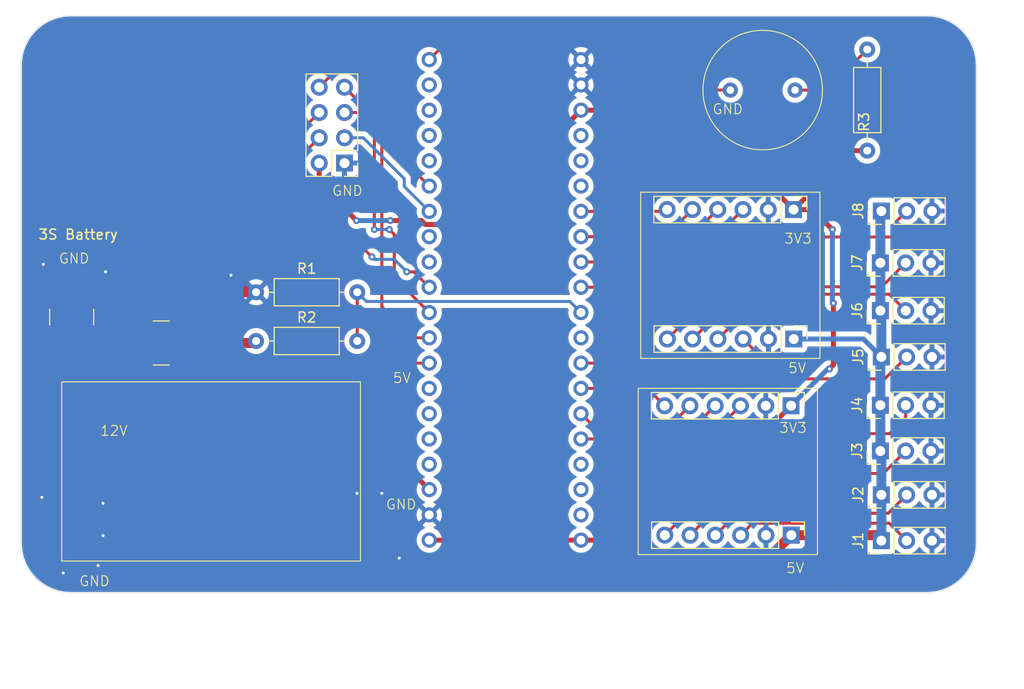
<source format=kicad_pcb>
(kicad_pcb (version 20240108) (generator "pcbnew") (generator_version "8.0")
  (layers (0 "F.Cu" signal) (31 "B.Cu" signal) (34 "B.Paste" user) (35 "F.Paste" user) (36 "B.SilkS" user "B.Silkscreen") (37 "F.SilkS" user "F.Silkscreen") (38 "B.Mask" user) (39 "F.Mask" user) (44 "Edge.Cuts" user))
  (net 0 "")
  (net 1 "+5V")
  (net 2 "GND")
  (net 3 "+12V")
  (net 4 "RF_IRQ")
  (net 5 "NSS")
  (net 8 "+3V3")
  (net 9 "ADC_BA")
  (net 13 "SCK")
  (net 15 "CH_6")
  (net 16 "CH_8")
  (net 17 "CH_2")
  (net 18 "MISO")
  (net 21 "MOSI")
  (net 23 "CH_3")
  (net 24 "RF_CE")
  (net 31 "Buzzer")
  (net 32 "CH_4")
  (net 33 "CH_5")
  (net 35 "CH_1")
  (net 36 "CH_7")
  (net 38 "CHW_3")
  (net 39 "CHW_2")
  (net 40 "CHW_4")
  (net 41 "CHW_1")
  (net 42 "CHW_6")
  (net 43 "CHW_8")
  (net 44 "CHW_7")
  (net 45 "CHW_5")
  (net 46 "Net-(BT1-+)")
  (net 47 "Net-(BZ1-+)")
  (footprint "Connector_PinHeader_2.54mm:PinHeader_1x03_P2.54mm_Vertical" (layer "F.Cu") (at 185.42 118.15 90)
    (property "Reference" "J2" (at 0 -2.33 90) (layer "F.SilkS"))
    (property "Value" "CH2")
    (fp_line (start -1.33 -1.33) (end 0 -1.33) (stroke (width 0.12)) (layer "F.SilkS"))
    (fp_line (start -1.33 0) (end -1.33 -1.33) (stroke (width 0.12)) (layer "F.SilkS"))
    (fp_line (start 1.33 1.27) (end 1.33 6.41) (stroke (width 0.12)) (layer "F.SilkS"))
    (fp_line (start -1.33 1.27) (end 1.33 1.27) (stroke (width 0.12)) (layer "F.SilkS"))
    (fp_line (start -1.33 1.27) (end -1.33 6.41) (stroke (width 0.12)) (layer "F.SilkS"))
    (fp_line (start -1.33 6.41) (end 1.33 6.41) (stroke (width 0.12)) (layer "F.SilkS"))
    (pad "1" thru_hole rect (at 0 0 90) (size 1.7 1.7) (drill 1) (layers "*.Cu" "*.Mask") (net 1 "+5V"))
    (pad "2" thru_hole oval (at 0 2.54 90) (size 1.7 1.7) (drill 1) (layers "*.Cu" "*.Mask") (net 39 "CHW_2"))
    (pad "3" thru_hole oval (at 0 5.08 90) (size 1.7 1.7) (drill 1) (layers "*.Cu" "*.Mask") (net 2 "GND"))
  )
  (footprint "Resistor_SMD:R_2816_7142Metric_Pad3.20x4.45mm_HandSolder" (layer "F.Cu") (at 113.1 102.9)
    (property "Reference" "SW1" (hide yes))
    (property "Value" "power switch")
    (fp_line (start -0.797369 -2.21) (end 0.797369 -2.21) (stroke (width 0.12)) (layer "F.SilkS"))
    (fp_line (start -0.797369 2.21) (end 0.797369 2.21) (stroke (width 0.12)) (layer "F.SilkS"))
    (pad "1" smd roundrect (at -2.6 0) (size 3.2 4.45) (layers "F.Cu" "F.Paste" "F.Mask") (roundrect_rratio 0.078125) (net 46 "Net-(BT1-+)"))
    (pad "2" smd roundrect (at 2.6 0) (size 3.2 4.45) (layers "F.Cu" "F.Paste" "F.Mask") (roundrect_rratio 0.078125) (net 3 "+12V"))
  )
  (footprint "Resistor_THT:R_Axial_DIN0207_L6.3mm_D2.5mm_P10.16mm_Horizontal" (layer "F.Cu") (at 122.62 102.7)
    (property "Reference" "R2" (at 5.08 -2.37 0) (layer "F.SilkS"))
    (property "Value" "40K")
    (fp_line (start 1.04 0) (end 1.81 0) (stroke (width 0.12)) (layer "F.SilkS"))
    (fp_line (start 1.81 -1.37) (end 1.81 1.37) (stroke (width 0.12)) (layer "F.SilkS"))
    (fp_line (start 1.81 1.37) (end 8.35 1.37) (stroke (width 0.12)) (layer "F.SilkS"))
    (fp_line (start 8.35 -1.37) (end 1.81 -1.37) (stroke (width 0.12)) (layer "F.SilkS"))
    (fp_line (start 8.35 1.37) (end 8.35 -1.37) (stroke (width 0.12)) (layer "F.SilkS"))
    (fp_line (start 9.12 0) (end 8.35 0) (stroke (width 0.12)) (layer "F.SilkS"))
    (pad "1" thru_hole circle (at 0 0) (size 1.6 1.6) (drill 0.8) (layers "*.Cu" "*.Mask") (net 3 "+12V"))
    (pad "2" thru_hole oval (at 10.16 0) (size 1.6 1.6) (drill 0.8) (layers "*.Cu" "*.Mask") (net 9 "ADC_BA"))
  )
  (footprint "deng:3v_5v_converter" (layer "F.Cu") (at 170 115.7 -90)
    (property "Reference" "U5" (hide yes))
    (property "Value" "voltage converter 1" (hide yes))
    (fp_line (start -7.83 7.68) (end -5.17 7.68) (stroke (width 0.12)) (layer "F.SilkS"))
    (fp_line (start 5.17 7.66) (end 7.83 7.66) (stroke (width 0.12)) (layer "F.SilkS"))
    (fp_line (start -7.83 -5.08) (end -7.83 7.68) (stroke (width 0.12)) (layer "F.SilkS"))
    (fp_line (start -7.83 -5.08) (end -5.17 -5.08) (stroke (width 0.12)) (layer "F.SilkS"))
    (fp_line (start -5.17 -5.08) (end -5.17 7.68) (stroke (width 0.12)) (layer "F.SilkS"))
    (fp_line (start 5.17 -5.1) (end 5.17 7.66) (stroke (width 0.12)) (layer "F.SilkS"))
    (fp_line (start 5.17 -5.1) (end 7.83 -5.1) (stroke (width 0.12)) (layer "F.SilkS"))
    (fp_line (start 7.83 -5.1) (end 7.83 7.66) (stroke (width 0.12)) (layer "F.SilkS"))
    (fp_line (start -7.83 -6.35) (end -7.83 -7.68) (stroke (width 0.12)) (layer "F.SilkS"))
    (fp_line (start 5.17 -6.37) (end 5.17 -7.7) (stroke (width 0.12)) (layer "F.SilkS"))
    (fp_line (start -7.83 -7.68) (end -6.5 -7.68) (stroke (width 0.12)) (layer "F.SilkS"))
    (fp_line (start 5.17 -7.7) (end 6.5 -7.7) (stroke (width 0.12)) (layer "F.SilkS"))
    (fp_rect (start -8.25 -9) (end 8.45 9) (stroke (width 0.1)) (fill none) (layer "F.SilkS"))
    (pad "1" thru_hole rect (at 6.5 -6.37 270) (size 1.7 1.7) (drill 1) (layers "*.Cu" "*.Mask") (net 1 "+5V"))
    (pad "2" thru_hole oval (at 6.5 -3.83 270) (size 1.7 1.7) (drill 1) (layers "*.Cu" "*.Mask") (net 2 "GND"))
    (pad "3" thru_hole oval (at 6.5 -1.29 270) (size 1.7 1.7) (drill 1) (layers "*.Cu" "*.Mask") (net 41 "CHW_1"))
    (pad "4" thru_hole oval (at 6.5 1.25 270) (size 1.7 1.7) (drill 1) (layers "*.Cu" "*.Mask") (net 39 "CHW_2"))
    (pad "5" thru_hole oval (at 6.5 3.79 270) (size 1.7 1.7) (drill 1) (layers "*.Cu" "*.Mask") (net 38 "CHW_3"))
    (pad "6" thru_hole oval (at 6.5 6.33 270) (size 1.7 1.7) (drill 1) (layers "*.Cu" "*.Mask") (net 40 "CHW_4"))
    (pad "7" thru_hole oval (at -6.5 6.35 270) (size 1.7 1.7) (drill 1) (layers "*.Cu" "*.Mask") (net 32 "CH_4"))
    (pad "8" thru_hole oval (at -6.5 3.81 270) (size 1.7 1.7) (drill 1) (layers "*.Cu" "*.Mask") (net 23 "CH_3"))
    (pad "9" thru_hole oval (at -6.5 1.27 270) (size 1.7 1.7) (drill 1) (layers "*.Cu" "*.Mask") (net 17 "CH_2"))
    (pad "10" thru_hole oval (at -6.5 -1.27 270) (size 1.7 1.7) (drill 1) (layers "*.Cu" "*.Mask") (net 35 "CH_1"))
    (pad "11" thru_hole oval (at -6.5 -3.81 270) (size 1.7 1.7) (drill 1) (layers "*.Cu" "*.Mask") (net 2 "GND"))
    (pad "12" thru_hole rect (at -6.5 -6.35 270) (size 1.7 1.7) (drill 1) (layers "*.Cu" "*.Mask") (net 8 "+3V3"))
  )
  (footprint "deng:buzzer" (layer "F.Cu") (at 173.5 77.5 180)
    (property "Reference" "BZ1" (hide yes))
    (property "Value" "Buzzer")
    (fp_circle (center 0 0) (end 6 0) (stroke (width 0.1)) (fill none) (layer "F.SilkS"))
    (pad "1" thru_hole circle (at -3.25 0 180) (size 1.524 1.524) (drill 0.762) (layers "*.Cu" "*.Mask") (net 47 "Net-(BZ1-+)"))
    (pad "2" thru_hole circle (at 3.25 0 180) (size 1.524 1.524) (drill 0.762) (layers "*.Cu" "*.Mask") (net 31 "Buzzer"))
  )
  (footprint "Connector_PinHeader_2.54mm:PinHeader_1x03_P2.54mm_Vertical" (layer "F.Cu") (at 185.42 89.65 90)
    (property "Reference" "J8" (at 0 -2.33 90) (layer "F.SilkS"))
    (property "Value" "CH8")
    (fp_line (start -1.33 -1.33) (end 0 -1.33) (stroke (width 0.12)) (layer "F.SilkS"))
    (fp_line (start -1.33 0) (end -1.33 -1.33) (stroke (width 0.12)) (layer "F.SilkS"))
    (fp_line (start 1.33 1.27) (end 1.33 6.41) (stroke (width 0.12)) (layer "F.SilkS"))
    (fp_line (start -1.33 1.27) (end 1.33 1.27) (stroke (width 0.12)) (layer "F.SilkS"))
    (fp_line (start -1.33 1.27) (end -1.33 6.41) (stroke (width 0.12)) (layer "F.SilkS"))
    (fp_line (start -1.33 6.41) (end 1.33 6.41) (stroke (width 0.12)) (layer "F.SilkS"))
    (pad "1" thru_hole rect (at 0 0 90) (size 1.7 1.7) (drill 1) (layers "*.Cu" "*.Mask") (net 1 "+5V"))
    (pad "2" thru_hole oval (at 0 2.54 90) (size 1.7 1.7) (drill 1) (layers "*.Cu" "*.Mask") (net 43 "CHW_8"))
    (pad "3" thru_hole oval (at 0 5.08 90) (size 1.7 1.7) (drill 1) (layers "*.Cu" "*.Mask") (net 2 "GND"))
  )
  (footprint "Resistor_THT:R_Axial_DIN0207_L6.3mm_D2.5mm_P10.16mm_Horizontal" (layer "F.Cu") (at 122.62 97.8)
    (property "Reference" "R1" (at 5.08 -2.37 0) (layer "F.SilkS"))
    (property "Value" "10K")
    (fp_line (start 1.04 0) (end 1.81 0) (stroke (width 0.12)) (layer "F.SilkS"))
    (fp_line (start 1.81 -1.37) (end 1.81 1.37) (stroke (width 0.12)) (layer "F.SilkS"))
    (fp_line (start 1.81 1.37) (end 8.35 1.37) (stroke (width 0.12)) (layer "F.SilkS"))
    (fp_line (start 8.35 -1.37) (end 1.81 -1.37) (stroke (width 0.12)) (layer "F.SilkS"))
    (fp_line (start 8.35 1.37) (end 8.35 -1.37) (stroke (width 0.12)) (layer "F.SilkS"))
    (fp_line (start 9.12 0) (end 8.35 0) (stroke (width 0.12)) (layer "F.SilkS"))
    (pad "1" thru_hole circle (at 0 0) (size 1.6 1.6) (drill 0.8) (layers "*.Cu" "*.Mask") (net 2 "GND"))
    (pad "2" thru_hole oval (at 10.16 0) (size 1.6 1.6) (drill 0.8) (layers "*.Cu" "*.Mask") (net 9 "ADC_BA"))
  )
  (footprint "Connector_PinHeader_2.54mm:PinHeader_1x03_P2.54mm_Vertical" (layer "F.Cu") (at 185.32 99.65 90)
    (property "Reference" "J6" (at 0 -2.33 90) (layer "F.SilkS"))
    (property "Value" "CH6")
    (fp_line (start -1.33 -1.33) (end 0 -1.33) (stroke (width 0.12)) (layer "F.SilkS"))
    (fp_line (start -1.33 0) (end -1.33 -1.33) (stroke (width 0.12)) (layer "F.SilkS"))
    (fp_line (start 1.33 1.27) (end 1.33 6.41) (stroke (width 0.12)) (layer "F.SilkS"))
    (fp_line (start -1.33 1.27) (end 1.33 1.27) (stroke (width 0.12)) (layer "F.SilkS"))
    (fp_line (start -1.33 1.27) (end -1.33 6.41) (stroke (width 0.12)) (layer "F.SilkS"))
    (fp_line (start -1.33 6.41) (end 1.33 6.41) (stroke (width 0.12)) (layer "F.SilkS"))
    (pad "1" thru_hole rect (at 0 0 90) (size 1.7 1.7) (drill 1) (layers "*.Cu" "*.Mask") (net 1 "+5V"))
    (pad "2" thru_hole oval (at 0 2.54 90) (size 1.7 1.7) (drill 1) (layers "*.Cu" "*.Mask") (net 42 "CHW_6"))
    (pad "3" thru_hole oval (at 0 5.08 90) (size 1.7 1.7) (drill 1) (layers "*.Cu" "*.Mask") (net 2 "GND"))
  )
  (footprint "deng:blue_pill" (layer "F.Cu") (at 149.535 95.395)
    (property "Reference" "U4" (hide yes))
    (property "Value" "BP")
    (pad "3V3" thru_hole circle (at -9.525 27.305) (size 1.524 1.524) (drill 0.9) (layers "*.Cu" "*.Mask") (net 8 "+3V3"))
    (pad "3V3" thru_hole circle (at 5.715 -15.875) (size 1.524 1.524) (drill 0.9) (layers "*.Cu" "*.Mask") (net 8 "+3V3"))
    (pad "5V" thru_hole circle (at -9.525 22.225) (size 1.524 1.524) (drill 0.9) (layers "*.Cu" "*.Mask") (net 1 "+5V"))
    (pad "G" thru_hole circle (at -9.525 24.765) (size 1.524 1.524) (drill 0.9) (layers "*.Cu" "*.Mask") (net 2 "GND"))
    (pad "G" thru_hole circle (at 5.715 -20.955) (size 1.524 1.524) (drill 0.9) (layers "*.Cu" "*.Mask") (net 2 "GND"))
    (pad "G" thru_hole circle (at 5.715 -18.415) (size 1.524 1.524) (drill 0.9) (layers "*.Cu" "*.Mask") (net 2 "GND"))
    (pad "NRST" thru_hole circle (at 5.715 -13.335) (size 1.524 1.524) (drill 0.9) (layers "*.Cu" "*.Mask"))
    (pad "PA0" thru_hole circle (at 5.715 17.145) (size 1.524 1.524) (drill 0.9) (layers "*.Cu" "*.Mask") (net 35 "CH_1"))
    (pad "PA1" thru_hole circle (at 5.715 14.605) (size 1.524 1.524) (drill 0.9) (layers "*.Cu" "*.Mask") (net 17 "CH_2"))
    (pad "PA2" thru_hole circle (at 5.715 12.065) (size 1.524 1.524) (drill 0.9) (layers "*.Cu" "*.Mask") (net 23 "CH_3"))
    (pad "PA3" thru_hole circle (at 5.715 9.525) (size 1.524 1.524) (drill 0.9) (layers "*.Cu" "*.Mask") (net 32 "CH_4"))
    (pad "PA4" thru_hole circle (at 5.715 6.985) (size 1.524 1.524) (drill 0.9) (layers "*.Cu" "*.Mask"))
    (pad "PA5" thru_hole circle (at 5.715 4.445) (size 1.524 1.524) (drill 0.9) (layers "*.Cu" "*.Mask") (net 9 "ADC_BA"))
    (pad "PA6" thru_hole circle (at 5.715 1.905) (size 1.524 1.524) (drill 0.9) (layers "*.Cu" "*.Mask") (net 33 "CH_5"))
    (pad "PA7" thru_hole circle (at 5.715 -0.635) (size 1.524 1.524) (drill 0.9) (layers "*.Cu" "*.Mask") (net 15 "CH_6"))
    (pad "PA8" thru_hole circle (at -9.525 -10.795) (size 1.524 1.524) (drill 0.9) (layers "*.Cu" "*.Mask"))
    (pad "PA9" thru_hole circle (at -9.525 -8.255) (size 1.524 1.524) (drill 0.9) (layers "*.Cu" "*.Mask") (net 4 "RF_IRQ"))
    (pad "PA10" thru_hole circle (at -9.525 -5.715) (size 1.524 1.524) (drill 0.9) (layers "*.Cu" "*.Mask") (net 24 "RF_CE"))
    (pad "PA11" thru_hole circle (at -9.525 -3.175) (size 1.524 1.524) (drill 0.9) (layers "*.Cu" "*.Mask"))
    (pad "PA12" thru_hole circle (at -9.525 -0.635) (size 1.524 1.524) (drill 0.9) (layers "*.Cu" "*.Mask"))
    (pad "PA15" thru_hole circle (at -9.525 1.905) (size 1.524 1.524) (drill 0.9) (layers "*.Cu" "*.Mask") (net 5 "NSS"))
    (pad "PB0" thru_hole circle (at 5.715 -3.175) (size 1.524 1.524) (drill 0.9) (layers "*.Cu" "*.Mask") (net 36 "CH_7"))
    (pad "PB1" thru_hole circle (at 5.715 -5.715) (size 1.524 1.524) (drill 0.9) (layers "*.Cu" "*.Mask") (net 16 "CH_8"))
    (pad "PB3" thru_hole circle (at -9.525 4.445) (size 1.524 1.524) (drill 0.9) (layers "*.Cu" "*.Mask") (net 13 "SCK"))
    (pad "PB4" thru_hole circle (at -9.525 6.985) (size 1.524 1.524) (drill 0.9) (layers "*.Cu" "*.Mask") (net 18 "MISO"))
    (pad "PB5" thru_hole circle (at -9.525 9.525) (size 1.524 1.524) (drill 0.9) (layers "*.Cu" "*.Mask") (net 21 "MOSI"))
    (pad "PB6" thru_hole circle (at -9.525 12.065) (size 1.524 1.524) (drill 0.9) (layers "*.Cu" "*.Mask"))
    (pad "PB7" thru_hole circle (at -9.525 14.605) (size 1.524 1.524) (drill 0.9) (layers "*.Cu" "*.Mask"))
    (pad "PB8" thru_hole circle (at -9.525 17.145) (size 1.524 1.524) (drill 0.9) (layers "*.Cu" "*.Mask"))
    (pad "PB9" thru_hole circle (at -9.525 19.685) (size 1.524 1.524) (drill 0.9) (layers "*.Cu" "*.Mask"))
    (pad "PB10" thru_hole circle (at 5.715 -8.255) (size 1.524 1.524) (drill 0.9) (layers "*.Cu" "*.Mask"))
    (pad "PB11" thru_hole circle (at 5.715 -10.795) (size 1.524 1.524) (drill 0.9) (layers "*.Cu" "*.Mask"))
    (pad "PB12" thru_hole circle (at -9.525 -20.955) (size 1.524 1.524) (drill 0.9) (layers "*.Cu" "*.Mask") (net 31 "Buzzer"))
    (pad "PB13" thru_hole circle (at -9.525 -18.415) (size 1.524 1.524) (drill 0.9) (layers "*.Cu" "*.Mask"))
    (pad "PB14" thru_hole circle (at -9.525 -15.875) (size 1.524 1.524) (drill 0.9) (layers "*.Cu" "*.Mask"))
    (pad "PB15" thru_hole circle (at -9.525 -13.335) (size 1.524 1.524) (drill 0.9) (layers "*.Cu" "*.Mask"))
    (pad "PC13" thru_hole circle (at 5.715 24.765) (size 1.524 1.524) (drill 0.9) (layers "*.Cu" "*.Mask"))
    (pad "PC14" thru_hole circle (at 5.715 22.225) (size 1.524 1.524) (drill 0.9) (layers "*.Cu" "*.Mask"))
    (pad "PC15" thru_hole circle (at 5.715 19.685) (size 1.524 1.524) (drill 0.9) (layers "*.Cu" "*.Mask"))
    (pad "VBAT" thru_hole circle (at 5.715 27.305) (size 1.524 1.524) (drill 0.9) (layers "*.Cu" "*.Mask") (net 8 "+3V3"))
  )
  (footprint "deng:3v_5v_converter" (layer "F.Cu") (at 170.25 96 -90)
    (property "Reference" "U7" (hide yes))
    (property "Value" "voltage convert 2" (hide yes))
    (fp_line (start -7.83 7.68) (end -5.17 7.68) (stroke (width 0.12)) (layer "F.SilkS"))
    (fp_line (start 5.17 7.66) (end 7.83 7.66) (stroke (width 0.12)) (layer "F.SilkS"))
    (fp_line (start -7.83 -5.08) (end -7.83 7.68) (stroke (width 0.12)) (layer "F.SilkS"))
    (fp_line (start -7.83 -5.08) (end -5.17 -5.08) (stroke (width 0.12)) (layer "F.SilkS"))
    (fp_line (start -5.17 -5.08) (end -5.17 7.68) (stroke (width 0.12)) (layer "F.SilkS"))
    (fp_line (start 5.17 -5.1) (end 5.17 7.66) (stroke (width 0.12)) (layer "F.SilkS"))
    (fp_line (start 5.17 -5.1) (end 7.83 -5.1) (stroke (width 0.12)) (layer "F.SilkS"))
    (fp_line (start 7.83 -5.1) (end 7.83 7.66) (stroke (width 0.12)) (layer "F.SilkS"))
    (fp_line (start -7.83 -6.35) (end -7.83 -7.68) (stroke (width 0.12)) (layer "F.SilkS"))
    (fp_line (start 5.17 -6.37) (end 5.17 -7.7) (stroke (width 0.12)) (layer "F.SilkS"))
    (fp_line (start -7.83 -7.68) (end -6.5 -7.68) (stroke (width 0.12)) (layer "F.SilkS"))
    (fp_line (start 5.17 -7.7) (end 6.5 -7.7) (stroke (width 0.12)) (layer "F.SilkS"))
    (fp_rect (start -8.25 -9) (end 8.45 9) (stroke (width 0.1)) (fill none) (layer "F.SilkS"))
    (pad "1" thru_hole rect (at 6.5 -6.37 270) (size 1.7 1.7) (drill 1) (layers "*.Cu" "*.Mask") (net 1 "+5V"))
    (pad "2" thru_hole oval (at 6.5 -3.83 270) (size 1.7 1.7) (drill 1) (layers "*.Cu" "*.Mask") (net 2 "GND"))
    (pad "3" thru_hole oval (at 6.5 -1.29 270) (size 1.7 1.7) (drill 1) (layers "*.Cu" "*.Mask") (net 45 "CHW_5"))
    (pad "4" thru_hole oval (at 6.5 1.25 270) (size 1.7 1.7) (drill 1) (layers "*.Cu" "*.Mask") (net 42 "CHW_6"))
    (pad "5" thru_hole oval (at 6.5 3.79 270) (size 1.7 1.7) (drill 1) (layers "*.Cu" "*.Mask") (net 44 "CHW_7"))
    (pad "6" thru_hole oval (at 6.5 6.33 270) (size 1.7 1.7) (drill 1) (layers "*.Cu" "*.Mask") (net 43 "CHW_8"))
    (pad "7" thru_hole oval (at -6.5 6.35 270) (size 1.7 1.7) (drill 1) (layers "*.Cu" "*.Mask") (net 16 "CH_8"))
    (pad "8" thru_hole oval (at -6.5 3.81 270) (size 1.7 1.7) (drill 1) (layers "*.Cu" "*.Mask") (net 36 "CH_7"))
    (pad "9" thru_hole oval (at -6.5 1.27 270) (size 1.7 1.7) (drill 1) (layers "*.Cu" "*.Mask") (net 15 "CH_6"))
    (pad "10" thru_hole oval (at -6.5 -1.27 270) (size 1.7 1.7) (drill 1) (layers "*.Cu" "*.Mask") (net 33 "CH_5"))
    (pad "11" thru_hole oval (at -6.5 -3.81 270) (size 1.7 1.7) (drill 1) (layers "*.Cu" "*.Mask") (net 2 "GND"))
    (pad "12" thru_hole rect (at -6.5 -6.35 270) (size 1.7 1.7) (drill 1) (layers "*.Cu" "*.Mask") (net 8 "+3V3"))
  )
  (footprint "Connector_PinHeader_2.54mm:PinHeader_1x03_P2.54mm_Vertical" (layer "F.Cu") (at 185.42 104.3 90)
    (property "Reference" "J5" (at 0 -2.33 90) (layer "F.SilkS"))
    (property "Value" "CH5")
    (fp_line (start -1.33 -1.33) (end 0 -1.33) (stroke (width 0.12)) (layer "F.SilkS"))
    (fp_line (start -1.33 0) (end -1.33 -1.33) (stroke (width 0.12)) (layer "F.SilkS"))
    (fp_line (start 1.33 1.27) (end 1.33 6.41) (stroke (width 0.12)) (layer "F.SilkS"))
    (fp_line (start -1.33 1.27) (end 1.33 1.27) (stroke (width 0.12)) (layer "F.SilkS"))
    (fp_line (start -1.33 1.27) (end -1.33 6.41) (stroke (width 0.12)) (layer "F.SilkS"))
    (fp_line (start -1.33 6.41) (end 1.33 6.41) (stroke (width 0.12)) (layer "F.SilkS"))
    (pad "1" thru_hole rect (at 0 0 90) (size 1.7 1.7) (drill 1) (layers "*.Cu" "*.Mask") (net 1 "+5V"))
    (pad "2" thru_hole oval (at 0 2.54 90) (size 1.7 1.7) (drill 1) (layers "*.Cu" "*.Mask") (net 45 "CHW_5"))
    (pad "3" thru_hole oval (at 0 5.08 90) (size 1.7 1.7) (drill 1) (layers "*.Cu" "*.Mask") (net 2 "GND"))
  )
  (footprint "Resistor_SMD:R_2816_7142Metric_Pad3.20x4.45mm_HandSolder" (layer "F.Cu") (at 104.1 100.3 90)
    (property "Reference" "BT1" (hide yes))
    (property "Value" "3S Battery" (at 8.3 0.65 0) (layer "F.SilkS"))
    (fp_line (start -0.797369 -2.21) (end 0.797369 -2.21) (stroke (width 0.12)) (layer "F.SilkS"))
    (fp_line (start -0.797369 2.21) (end 0.797369 2.21) (stroke (width 0.12)) (layer "F.SilkS"))
    (pad "1" smd roundrect (at -2.6 0 90) (size 3.2 4.45) (layers "F.Cu" "F.Paste" "F.Mask") (roundrect_rratio 0.078125) (net 46 "Net-(BT1-+)"))
    (pad "2" smd roundrect (at 2.6 0 90) (size 3.2 4.45) (layers "F.Cu" "F.Paste" "F.Mask") (roundrect_rratio 0.078125) (net 2 "GND"))
  )
  (footprint "Connector_PinHeader_2.54mm:PinHeader_1x03_P2.54mm_Vertical" (layer "F.Cu") (at 185.42 122.75 90)
    (property "Reference" "J1" (at 0 -2.33 90) (layer "F.SilkS"))
    (property "Value" "CH1")
    (fp_line (start -1.33 -1.33) (end 0 -1.33) (stroke (width 0.12)) (layer "F.SilkS"))
    (fp_line (start -1.33 0) (end -1.33 -1.33) (stroke (width 0.12)) (layer "F.SilkS"))
    (fp_line (start 1.33 1.27) (end 1.33 6.41) (stroke (width 0.12)) (layer "F.SilkS"))
    (fp_line (start -1.33 1.27) (end 1.33 1.27) (stroke (width 0.12)) (layer "F.SilkS"))
    (fp_line (start -1.33 1.27) (end -1.33 6.41) (stroke (width 0.12)) (layer "F.SilkS"))
    (fp_line (start -1.33 6.41) (end 1.33 6.41) (stroke (width 0.12)) (layer "F.SilkS"))
    (pad "1" thru_hole rect (at 0 0 90) (size 1.7 1.7) (drill 1) (layers "*.Cu" "*.Mask") (net 1 "+5V"))
    (pad "2" thru_hole oval (at 0 2.54 90) (size 1.7 1.7) (drill 1) (layers "*.Cu" "*.Mask") (net 41 "CHW_1"))
    (pad "3" thru_hole oval (at 0 5.08 90) (size 1.7 1.7) (drill 1) (layers "*.Cu" "*.Mask") (net 2 "GND"))
  )
  (footprint "Connector_PinHeader_2.54mm:PinHeader_1x03_P2.54mm_Vertical" (layer "F.Cu") (at 185.32 113.75 90)
    (property "Reference" "J3" (at 0 -2.33 90) (layer "F.SilkS"))
    (property "Value" "CH3")
    (fp_line (start -1.33 -1.33) (end 0 -1.33) (stroke (width 0.12)) (layer "F.SilkS"))
    (fp_line (start -1.33 0) (end -1.33 -1.33) (stroke (width 0.12)) (layer "F.SilkS"))
    (fp_line (start 1.33 1.27) (end 1.33 6.41) (stroke (width 0.12)) (layer "F.SilkS"))
    (fp_line (start -1.33 1.27) (end 1.33 1.27) (stroke (width 0.12)) (layer "F.SilkS"))
    (fp_line (start -1.33 1.27) (end -1.33 6.41) (stroke (width 0.12)) (layer "F.SilkS"))
    (fp_line (start -1.33 6.41) (end 1.33 6.41) (stroke (width 0.12)) (layer "F.SilkS"))
    (pad "1" thru_hole rect (at 0 0 90) (size 1.7 1.7) (drill 1) (layers "*.Cu" "*.Mask") (net 1 "+5V"))
    (pad "2" thru_hole oval (at 0 2.54 90) (size 1.7 1.7) (drill 1) (layers "*.Cu" "*.Mask") (net 38 "CHW_3"))
    (pad "3" thru_hole oval (at 0 5.08 90) (size 1.7 1.7) (drill 1) (layers "*.Cu" "*.Mask") (net 2 "GND"))
  )
  (footprint "deng:mini560" (layer "F.Cu") (at 118.1 115.8)
    (property "Reference" "U1" (hide yes))
    (property "Value" "MINI560" (hide yes))
    (fp_rect (start -15 -9) (end 15 9) (stroke (width 0.1)) (fill none) (layer "F.SilkS"))
    (pad "1" smd roundrect (at 15 -6.5) (size 6 5) (layers "F.Cu" "F.Paste" "F.Mask") (net 1 "+5V"))
    (pad "2" smd roundrect (at 15 6.5) (size 6 5) (layers "F.Cu" "F.Paste" "F.Mask") (net 2 "GND"))
    (pad "3" smd roundrect (at -15 6.5) (size 6 5) (layers "F.Cu" "F.Paste" "F.Mask") (net 2 "GND"))
    (pad "4" smd roundrect (at -15 -6.5) (size 6 5) (layers "F.Cu" "F.Paste" "F.Mask") (net 3 "+12V"))
  )
  (footprint "Connector_PinHeader_2.54mm:PinHeader_1x03_P2.54mm_Vertical" (layer "F.Cu") (at 185.32 109.15 90)
    (property "Reference" "J4" (at 0 -2.33 90) (layer "F.SilkS"))
    (property "Value" "CH4")
    (fp_line (start -1.33 -1.33) (end 0 -1.33) (stroke (width 0.12)) (layer "F.SilkS"))
    (fp_line (start -1.33 0) (end -1.33 -1.33) (stroke (width 0.12)) (layer "F.SilkS"))
    (fp_line (start 1.33 1.27) (end 1.33 6.41) (stroke (width 0.12)) (layer "F.SilkS"))
    (fp_line (start -1.33 1.27) (end 1.33 1.27) (stroke (width 0.12)) (layer "F.SilkS"))
    (fp_line (start -1.33 1.27) (end -1.33 6.41) (stroke (width 0.12)) (layer "F.SilkS"))
    (fp_line (start -1.33 6.41) (end 1.33 6.41) (stroke (width 0.12)) (layer "F.SilkS"))
    (pad "1" thru_hole rect (at 0 0 90) (size 1.7 1.7) (drill 1) (layers "*.Cu" "*.Mask") (net 1 "+5V"))
    (pad "2" thru_hole oval (at 0 2.54 90) (size 1.7 1.7) (drill 1) (layers "*.Cu" "*.Mask") (net 40 "CHW_4"))
    (pad "3" thru_hole oval (at 0 5.08 90) (size 1.7 1.7) (drill 1) (layers "*.Cu" "*.Mask") (net 2 "GND"))
  )
  (footprint "Connector_PinHeader_2.54mm:PinHeader_2x04_P2.54mm_Vertical" (layer "F.Cu") (at 131.5 84.83 180)
    (property "Reference" "U6" (hide yes))
    (property "Value" "nRF24L01+")
    (fp_line (start 3.87 -1.33) (end 3.87 8.95) (stroke (width 0.12)) (layer "F.SilkS"))
    (fp_line (start 1.27 1.27) (end 1.27 -1.33) (stroke (width 0.12)) (layer "F.SilkS"))
    (fp_line (start 1.27 -1.33) (end 3.87 -1.33) (stroke (width 0.12)) (layer "F.SilkS"))
    (fp_line (start -1.33 8.95) (end 3.87 8.95) (stroke (width 0.12)) (layer "F.SilkS"))
    (fp_line (start -1.33 1.27) (end 1.27 1.27) (stroke (width 0.12)) (layer "F.SilkS"))
    (fp_line (start -1.33 1.27) (end -1.33 8.95) (stroke (width 0.12)) (layer "F.SilkS"))
    (fp_line (start -1.33 0) (end -1.33 -1.33) (stroke (width 0.12)) (layer "F.SilkS"))
    (fp_line (start -1.33 -1.33) (end 0 -1.33) (stroke (width 0.12)) (layer "F.SilkS"))
    (pad "1" thru_hole rect (at 0 0 180) (size 1.7 1.7) (drill 1) (layers "*.Cu" "*.Mask") (net 2 "GND"))
    (pad "2" thru_hole oval (at 2.54 0 180) (size 1.7 1.7) (drill 1) (layers "*.Cu" "*.Mask") (net 8 "+3V3"))
    (pad "3" thru_hole oval (at 0 2.54 180) (size 1.7 1.7) (drill 1) (layers "*.Cu" "*.Mask") (net 24 "RF_CE"))
    (pad "4" thru_hole oval (at 2.54 2.54 180) (size 1.7 1.7) (drill 1) (layers "*.Cu" "*.Mask") (net 5 "NSS"))
    (pad "5" thru_hole oval (at 0 5.08 180) (size 1.7 1.7) (drill 1) (layers "*.Cu" "*.Mask") (net 13 "SCK"))
    (pad "6" thru_hole oval (at 2.54 5.08 180) (size 1.7 1.7) (drill 1) (layers "*.Cu" "*.Mask") (net 21 "MOSI"))
    (pad "7" thru_hole oval (at 0 7.62 180) (size 1.7 1.7) (drill 1) (layers "*.Cu" "*.Mask") (net 18 "MISO"))
    (pad "8" thru_hole oval (at 2.54 7.62 180) (size 1.7 1.7) (drill 1) (layers "*.Cu" "*.Mask") (net 4 "RF_IRQ"))
  )
  (footprint "Connector_PinHeader_2.54mm:PinHeader_1x03_P2.54mm_Vertical" (layer "F.Cu") (at 185.32 94.85 90)
    (property "Reference" "J7" (at 0 -2.33 90) (layer "F.SilkS"))
    (property "Value" "CH7")
    (fp_line (start -1.33 -1.33) (end 0 -1.33) (stroke (width 0.12)) (layer "F.SilkS"))
    (fp_line (start -1.33 0) (end -1.33 -1.33) (stroke (width 0.12)) (layer "F.SilkS"))
    (fp_line (start 1.33 1.27) (end 1.33 6.41) (stroke (width 0.12)) (layer "F.SilkS"))
    (fp_line (start -1.33 1.27) (end 1.33 1.27) (stroke (width 0.12)) (layer "F.SilkS"))
    (fp_line (start -1.33 1.27) (end -1.33 6.41) (stroke (width 0.12)) (layer "F.SilkS"))
    (fp_line (start -1.33 6.41) (end 1.33 6.41) (stroke (width 0.12)) (layer "F.SilkS"))
    (pad "1" thru_hole rect (at 0 0 90) (size 1.7 1.7) (drill 1) (layers "*.Cu" "*.Mask") (net 1 "+5V"))
    (pad "2" thru_hole oval (at 0 2.54 90) (size 1.7 1.7) (drill 1) (layers "*.Cu" "*.Mask") (net 44 "CHW_7"))
    (pad "3" thru_hole oval (at 0 5.08 90) (size 1.7 1.7) (drill 1) (layers "*.Cu" "*.Mask") (net 2 "GND"))
  )
  (footprint "Resistor_THT:R_Axial_DIN0207_L6.3mm_D2.5mm_P10.16mm_Horizontal" (layer "F.Cu") (at 184 83.58 90)
    (property "Reference" "R3" (at 2.88 -0.32 -90) (layer "F.SilkS"))
    (property "Value" "100R")
    (fp_line (start 8.35 -1.37) (end 1.81 -1.37) (stroke (width 0.12)) (layer "F.SilkS"))
    (fp_line (start 1.81 -1.37) (end 1.81 1.37) (stroke (width 0.12)) (layer "F.SilkS"))
    (fp_line (start 9.12 0) (end 8.35 0) (stroke (width 0.12)) (layer "F.SilkS"))
    (fp_line (start 1.04 0) (end 1.81 0) (stroke (width 0.12)) (layer "F.SilkS"))
    (fp_line (start 8.35 1.37) (end 8.35 -1.37) (stroke (width 0.12)) (layer "F.SilkS"))
    (fp_line (start 1.81 1.37) (end 8.35 1.37) (stroke (width 0.12)) (layer "F.SilkS"))
    (pad "1" thru_hole circle (at 0 0 90) (size 1.6 1.6) (drill 0.8) (layers "*.Cu" "*.Mask") (net 8 "+3V3"))
    (pad "2" thru_hole oval (at 10.16 0 90) (size 1.6 1.6) (drill 0.8) (layers "*.Cu" "*.Mask") (net 47 "Net-(BZ1-+)"))
  )
  (gr_line (start 105 128) (end 104 128) (stroke (width 0.05)) (layer "Edge.Cuts"))
  (gr_line (start 181 128) (end 105 128) (stroke (width 0.05)) (layer "Edge.Cuts"))
  (gr_line (start 99 123) (end 99 75) (stroke (width 0.05)) (layer "Edge.Cuts"))
  (gr_arc (start 104 128) (mid 100.464466 126.535534) (end 99 123) (stroke (width 0.05)) (layer "Edge.Cuts"))
  (gr_line (start 190 70) (end 181 70) (stroke (width 0.05)) (layer "Edge.Cuts"))
  (gr_arc (start 99 75) (mid 100.464466 71.464466) (end 104 70) (stroke (width 0.05)) (layer "Edge.Cuts"))
  (gr_line (start 105 70) (end 104 70) (stroke (width 0.05)) (layer "Edge.Cuts"))
  (gr_line (start 105 70) (end 181 70) (stroke (width 0.05)) (layer "Edge.Cuts"))
  (gr_arc (start 190 70) (mid 193.535534 71.464466) (end 195 75) (stroke (width 0.05)) (layer "Edge.Cuts"))
  (gr_line (start 181 128) (end 190 128) (stroke (width 0.05)) (layer "Edge.Cuts"))
  (gr_arc (start 195 123) (mid 193.535534 126.535534) (end 190 128) (stroke (width 0.05)) (layer "Edge.Cuts"))
  (gr_line (start 195 123) (end 195 75) (stroke (width 0.05)) (layer "Edge.Cuts"))
  (gr_text "5V" (at 175.8 126.1 0) (layer "F.SilkS") (effects (font (size 1 1) (thickness 0.1)) (justify left bottom)))
  (gr_text "GND" (at 102.75 95 0) (layer "F.SilkS") (effects (font (size 1 1) (thickness 0.1)) (justify left bottom)))
  (gr_text "3V3" (at 175.1 112 0) (layer "F.SilkS") (effects (font (size 1 1) (thickness 0.1)) (justify left bottom)))
  (gr_text "5V" (at 136.3 107 0) (layer "F.SilkS") (effects (font (size 1 1) (thickness 0.1)) (justify left bottom)))
  (gr_text "3V3" (at 175.6 93 0) (layer "F.SilkS") (effects (font (size 1 1) (thickness 0.1)) (justify left bottom)))
  (gr_text "GND" (at 168.4 80 0) (layer "F.SilkS") (effects (font (size 1 1) (thickness 0.1)) (justify left bottom)))
  (gr_text "5V" (at 176 106 0) (layer "F.SilkS") (effects (font (size 1 1) (thickness 0.1)) (justify left bottom)))
  (gr_text "GND" (at 130.2 88.2 0) (layer "F.SilkS") (effects (font (size 1 1) (thickness 0.1)) (justify left bottom)))
  (gr_text "GND" (at 104.8 127.4 0) (layer "F.SilkS") (effects (font (size 1 1) (thickness 0.1)) (justify left bottom)))
  (gr_text "GND" (at 135.6 119.7 0) (layer "F.SilkS") (effects (font (size 1 1) (thickness 0.1)) (justify left bottom)))
  (gr_text "12V" (at 106.9 112.3 0) (layer "F.SilkS") (effects (font (size 1 1) (thickness 0.1)) (justify left bottom)))
  (segment (start 140.01 117.62) (end 133.1 110.71) (width 0.5) (layer "F.Cu") (net 1))
  (segment (start 176.37 122.2) (end 184.87 122.2) (width 1) (layer "F.Cu") (net 1))
  (segment (start 127.3 115.1) (end 127.3 124.2) (width 1) (layer "F.Cu") (net 1))
  (segment (start 172 126.6) (end 172 126.57) (width 1) (layer "F.Cu") (net 1))
  (segment (start 172 126.57) (end 176.37 122.2) (width 1) (layer "F.Cu") (net 1))
  (segment (start 184.87 122.2) (end 185.42 122.75) (width 1) (layer "F.Cu") (net 1))
  (segment (start 133.1 110.71) (end 133.1 109.3) (width 0.5) (layer "F.Cu") (net 1))
  (segment (start 133.1 109.3) (end 127.3 115.1) (width 1) (layer "F.Cu") (net 1))
  (segment (start 129.7 126.6) (end 172 126.6) (width 1) (layer "F.Cu") (net 1))
  (segment (start 127.3 124.2) (end 129.7 126.6) (width 1) (layer "F.Cu") (net 1))
  (segment (start 185.32 104.2) (end 185.42 104.3) (width 1) (layer "B.Cu") (net 1))
  (segment (start 185.32 118.05) (end 185.42 118.15) (width 1) (layer "B.Cu") (net 1))
  (segment (start 185.32 99.65) (end 185.32 94.85) (width 1) (layer "B.Cu") (net 1))
  (segment (start 185.42 94.75) (end 185.32 94.85) (width 1) (layer "B.Cu") (net 1))
  (segment (start 185.32 109.15) (end 185.32 104.4) (width 1) (layer "B.Cu") (net 1))
  (segment (start 185.42 118.15) (end 185.42 113.85) (width 1) (layer "B.Cu") (net 1))
  (segment (start 185.42 104.3) (end 185.42 99.75) (width 1) (layer "B.Cu") (net 1))
  (segment (start 185.22 122.55) (end 185.42 122.75) (width 1) (layer "B.Cu") (net 1))
  (segment (start 185.32 113.75) (end 185.32 109.15) (width 1) (layer "B.Cu") (net 1))
  (segment (start 185.42 99.75) (end 185.32 99.65) (width 1) (layer "B.Cu") (net 1))
  (segment (start 185.42 113.85) (end 185.32 113.75) (width 1) (layer "B.Cu") (net 1))
  (segment (start 183.62 102.5) (end 185.42 104.3) (width 0.5) (layer "B.Cu") (net 1))
  (segment (start 185.32 104.4) (end 185.42 104.3) (width 1) (layer "B.Cu") (net 1))
  (segment (start 176.62 102.5) (end 183.62 102.5) (width 0.5) (layer "B.Cu") (net 1))
  (segment (start 185.32 94.85) (end 185.32 89.75) (width 1) (layer "B.Cu") (net 1))
  (segment (start 185.42 109.05) (end 185.32 109.15) (width 1) (layer "B.Cu") (net 1))
  (segment (start 185.42 122.75) (end 185.42 118.15) (width 1) (layer "B.Cu") (net 1))
  (segment (start 185.32 89.75) (end 185.42 89.65) (width 1) (layer "B.Cu") (net 1))
  (segment (start 103.1 120.4) (end 101.1 118.4) (width 1) (layer "F.Cu") (net 2))
  (segment (start 103.95 97.7) (end 101.25 95) (width 1) (layer "F.Cu") (net 2))
  (segment (start 137.87 122.3) (end 140.01 120.16) (width 0.5) (layer "F.Cu") (net 2))
  (segment (start 133.1 122.3) (end 137.87 122.3) (width 0.5) (layer "F.Cu") (net 2))
  (segment (start 122.62 97.8) (end 104.2 97.8) (width 1) (layer "F.Cu") (net 2))
  (segment (start 133.1 122.3) (end 133.1 118.35) (width 0.5) (layer "F.Cu") (net 2))
  (segment (start 133.1 122.3) (end 133.1 120.15) (width 0.5) (layer "F.Cu") (net 2))
  (segment (start 133.1 122.3) (end 134.8 122.3) (width 0.5) (layer "F.Cu") (net 2))
  (segment (start 105 96.8) (end 105.3 96.8) (width 1) (layer "F.Cu") (net 2))
  (segment (start 103.95 122.3) (end 107.25 119) (width 1) (layer "F.Cu") (net 2))
  (segment (start 104.1 97.7) (end 104.1 97.5) (width 1) (layer "F.Cu") (net 2))
  (segment (start 103.1 122.3) (end 107.2 122.3) (width 1) (layer "F.Cu") (net 2))
  (segment (start 103.1 122.3) (end 103.1 120.4) (width 1) (layer "F.Cu") (net 2))
  (segment (start 103.1 122.3) (end 103.8 122.3) (width 1) (layer "F.Cu") (net 2))
  (segment (start 122.62 97.8) (end 121.8 97.8) (width 1) (layer "F.Cu") (net 2))
  (segment (start 103.1 122.3) (end 103.95 122.3) (width 1) (layer "F.Cu") (net 2))
  (segment (start 133.1 120.15) (end 135.25 118) (width 0.5) (layer "F.Cu") (net 2))
  (segment (start 122.62 97.8) (end 122.62 97.62) (width 1) (layer "F.Cu") (net 2))
  (segment (start 104.2 97.8) (end 104.1 97.7) (width 1) (layer "F.Cu") (net 2))
  (segment (start 105.55 97.7) (end 107.5 95.75) (width 1) (layer "F.Cu") (net 2))
  (segment (start 134.8 122.3) (end 137 124.5) (width 0.5) (layer "F.Cu") (net 2))
  (segment (start 104.1 97.7) (end 103.95 97.7) (width 1) (layer "F.Cu") (net 2))
  (segment (start 133.1 118.35) (end 132.75 118) (width 0.5) (layer "F.Cu") (net 2))
  (segment (start 103.1 125.85) (end 103.25 126) (width 1) (layer "F.Cu") (net 2))
  (segment (start 103.8 122.3) (end 106.75 125.25) (width 1) (layer "F.Cu") (net 2))
  (segment (start 104.1 97.7) (end 105.55 97.7) (width 1) (layer "F.Cu") (net 2))
  (segment (start 103.1 122.3) (end 103.1 125.85) (width 1) (layer "F.Cu") (net 2))
  (segment (start 107.2 122.3) (end 107.25 122.25) (width 1) (layer "F.Cu") (net 2))
  (segment (start 121.8 97.8) (end 120.1 96.1) (width 1) (layer "F.Cu") (net 2))
  (via (at 107.5 95.75) (size 0.7) (drill 0.3) (layers "F.Cu" "B.Cu") (net 2))
  (via (at 106.75 125.25) (size 0.7) (drill 0.3) (layers "F.Cu" "B.Cu") (net 2))
  (via (at 101.1 118.4) (size 0.7) (drill 0.3) (layers "F.Cu" "B.Cu") (net 2))
  (via (at 135.25 118) (size 0.7) (drill 0.3) (layers "F.Cu" "B.Cu") (net 2))
  (via (at 107.25 122.25) (size 0.7) (drill 0.3) (layers "F.Cu" "B.Cu") (net 2))
  (via (at 103.25 126) (size 0.7) (drill 0.3) (layers "F.Cu" "B.Cu") (net 2))
  (via (at 120.1 96.1) (size 0.7) (drill 0.3) (layers "F.Cu" "B.Cu") (net 2))
  (via (at 101.25 95) (size 0.7) (drill 0.3) (layers "F.Cu" "B.Cu") (net 2))
  (via (at 132.75 118) (size 0.7) (drill 0.3) (layers "F.Cu" "B.Cu") (net 2))
  (via (at 137 124.5) (size 0.7) (drill 0.3) (layers "F.Cu" "B.Cu") (net 2))
  (via (at 107.25 119) (size 0.7) (drill 0.3) (layers "F.Cu" "B.Cu") (net 2))
  (segment (start 115.7 102.9) (end 115.7 106.7) (width 1) (layer "F.Cu") (net 3))
  (segment (start 115.7 102.9) (end 122.42 102.9) (width 1) (layer "F.Cu") (net 3))
  (segment (start 115.7 106.7) (end 113.1 109.3) (width 1) (layer "F.Cu") (net 3))
  (segment (start 113.1 109.3) (end 103.1 109.3) (width 1) (layer "F.Cu") (net 3))
  (segment (start 122.42 102.9) (end 122.62 102.7) (width 1) (layer "F.Cu") (net 3))
  (segment (start 134 75) (end 136.5 77.5) (width 0.3) (layer "F.Cu") (net 4))
  (segment (start 136.5 77.5) (end 136.5 83.63) (width 0.3) (layer "F.Cu") (net 4))
  (segment (start 128.96 77.21) (end 131.17 75) (width 0.3) (layer "F.Cu") (net 4))
  (segment (start 131.17 75) (end 134 75) (width 0.3) (layer "F.Cu") (net 4))
  (segment (start 136.5 83.63) (end 140.01 87.14) (width 0.3) (layer "F.Cu") (net 4))
  (segment (start 127.5 84) (end 127.5 87.5) (width 0.3) (layer "F.Cu") (net 5))
  (segment (start 127.5 87.5) (end 134.25 94.25) (width 0.3) (layer "F.Cu") (net 5))
  (segment (start 138.46 95.75) (end 140.01 97.3) (width 0.3) (layer "F.Cu") (net 5))
  (segment (start 137.75 95.75) (end 138.46 95.75) (width 0.3) (layer "F.Cu") (net 5))
  (segment (start 127.5 83.75) (end 127.5 84) (width 0.3) (layer "F.Cu") (net 5))
  (segment (start 128.96 82.29) (end 127.5 83.75) (width 0.3) (layer "F.Cu") (net 5))
  (via (at 134.25 94.25) (size 0.7) (drill 0.3) (layers "F.Cu" "B.Cu") (net 5))
  (via (at 137.75 95.75) (size 0.7) (drill 0.3) (layers "F.Cu" "B.Cu") (net 5))
  (segment (start 134.25 94.25) (end 134.5 94.5) (width 0.3) (layer "B.Cu") (net 5))
  (segment (start 136.5 94.5) (end 137.75 95.75) (width 0.3) (layer "B.Cu") (net 5))
  (segment (start 134.5 94.5) (end 136.5 94.5) (width 0.3) (layer "B.Cu") (net 5))
  (segment (start 139.615973 91) (end 143.6 91) (width 0.5) (layer "F.Cu") (net 8))
  (segment (start 143.9 90.87) (end 143.9 90.9) (width 0.5) (layer "F.Cu") (net 8))
  (segment (start 157.55 122.7) (end 166.25 114) (width 0.5) (layer "F.Cu") (net 8))
  (segment (start 180.6 105.1) (end 180.2 105.5) (width 0.5) (layer "F.Cu") (net 8))
  (segment (start 178.5 89.5) (end 180.5 91.5) (width 0.5) (layer "F.Cu") (net 8))
  (segment (start 139.215973 90.6) (end 139.615973 91) (width 0.5) (layer "F.Cu") (net 8))
  (segment (start 143.7 91.1) (end 143.9 90.9) (width 0.5) (layer "F.Cu") (net 8))
  (segment (start 128.96 86.86) (end 132.7 90.6) (width 0.5) (layer "F.Cu") (net 8))
  (segment (start 173.35 86.25) (end 176.6 89.5) (width 0.5) (layer "F.Cu") (net 8))
  (segment (start 182.52 83.58) (end 176.6 89.5) (width 0.5) (layer "F.Cu") (net 8))
  (segment (start 143.6 91) (end 143.7 91.1) (width 0.5) (layer "F.Cu") (net 8))
  (segment (start 170 114) (end 172.75 111.25) (width 0.5) (layer "F.Cu") (net 8))
  (segment (start 172.75 111.25) (end 174.3 111.25) (width 0.5) (layer "F.Cu") (net 8))
  (segment (start 184 83.58) (end 182.52 83.58) (width 0.5) (layer "F.Cu") (net 8))
  (segment (start 143.9 90.87) (end 155.25 79.52) (width 0.5) (layer "F.Cu") (net 8))
  (segment (start 176.6 89.5) (end 178.5 89.5) (width 0.5) (layer "F.Cu") (net 8))
  (segment (start 163.52 79.52) (end 170.25 86.25) (width 0.5) (layer "F.Cu") (net 8))
  (segment (start 155.25 122.7) (end 157.55 122.7) (width 0.5) (layer "F.Cu") (net 8))
  (segment (start 166.25 114) (end 170 114) (width 0.5) (layer "F.Cu") (net 8))
  (segment (start 155.25 79.52) (end 163.52 79.52) (width 0.5) (layer "F.Cu") (net 8))
  (segment (start 136.1 90.6) (end 139.215973 90.6) (width 0.5) (layer "F.Cu") (net 8))
  (segment (start 170.25 86.25) (end 173.35 86.25) (width 0.5) (layer "F.Cu") (net 8))
  (segment (start 174.3 111.25) (end 176.35 109.2) (width 0.5) (layer "F.Cu") (net 8))
  (segment (start 180.6 98.9) (end 180.6 105.1) (width 0.5) (layer "F.Cu") (net 8))
  (segment (start 128.96 84.83) (end 128.96 86.86) (width 0.5) (layer "F.Cu") (net 8))
  (segment (start 140.01 122.7) (end 155.25 122.7) (width 0.5) (layer "F.Cu") (net 8))
  (via (at 180.2 105.5) (size 0.7) (drill 0.3) (layers "F.Cu" "B.Cu") (net 8))
  (via (at 180.5 91.5) (size 0.7) (drill 0.3) (layers "F.Cu" "B.Cu") (net 8))
  (via (at 136.1 90.6) (size 0.7) (drill 0.3) (layers "F.Cu" "B.Cu") (net 8))
  (via (at 132.7 90.6) (size 0.7) (drill 0.3) (layers "F.Cu" "B.Cu") (net 8))
  (via (at 180.6 98.9) (size 0.7) (drill 0.3) (layers "F.Cu" "B.Cu") (net 8))
  (segment (start 132.7 90.6) (end 136.1 90.6) (width 0.5) (layer "B.Cu") (net 8))
  (segment (start 180.05 105.5) (end 176.35 109.2) (width 0.5) (layer "B.Cu") (net 8))
  (segment (start 180.5 91.5) (end 180.5 98.8) (width 0.5) (layer "B.Cu") (net 8))
  (segment (start 180.5 98.8) (end 180.6 98.9) (width 0.5) (layer "B.Cu") (net 8))
  (segment (start 180.2 105.5) (end 180.05 105.5) (width 0.5) (layer "B.Cu") (net 8))
  (segment (start 132.78 97.8) (end 132.78 102.7) (width 0.3) (layer "F.Cu") (net 9))
  (segment (start 154.138 98.728) (end 155.25 99.84) (width 0.3) (layer "B.Cu") (net 9))
  (segment (start 133.708 98.728) (end 154.138 98.728) (width 0.3) (layer "B.Cu") (net 9))
  (segment (start 132.78 97.8) (end 133.708 98.728) (width 0.3) (layer "B.Cu") (net 9))
  (segment (start 136.5 96.33) (end 140.01 99.84) (width 0.3) (layer "F.Cu") (net 13))
  (segment (start 133.5 80) (end 134.5 81) (width 0.3) (layer "F.Cu") (net 13))
  (segment (start 136 91.5) (end 136.5 92) (width 0.3) (layer "F.Cu") (net 13))
  (segment (start 134.5 81) (end 134.5 91.5) (width 0.3) (layer "F.Cu") (net 13))
  (segment (start 136.5 92) (end 136.5 96.33) (width 0.3) (layer "F.Cu") (net 13))
  (segment (start 133.25 79.75) (end 133.5 80) (width 0.3) (layer "F.Cu") (net 13))
  (segment (start 131.5 79.75) (end 133.25 79.75) (width 0.3) (layer "F.Cu") (net 13))
  (via (at 134.5 91.5) (size 0.7) (drill 0.3) (layers "F.Cu" "B.Cu") (net 13))
  (via (at 136 91.5) (size 0.7) (drill 0.3) (layers "F.Cu" "B.Cu") (net 13))
  (segment (start 134.5 91.5) (end 136 91.5) (width 0.3) (layer "B.Cu") (net 13))
  (segment (start 155.25 94.76) (end 163.72 94.76) (width 0.3) (layer "F.Cu") (net 15))
  (segment (start 163.72 94.76) (end 168.98 89.5) (width 0.3) (layer "F.Cu") (net 15))
  (segment (start 155.25 89.68) (end 163.72 89.68) (width 0.3) (layer "F.Cu") (net 16))
  (segment (start 163.72 89.68) (end 163.9 89.5) (width 0.3) (layer "F.Cu") (net 16))
  (segment (start 166.18 111.75) (end 168.73 109.2) (width 0.3) (layer "F.Cu") (net 17))
  (segment (start 157 111.75) (end 166.18 111.75) (width 0.3) (layer "F.Cu") (net 17))
  (segment (start 155.25 110) (end 157 111.75) (width 0.3) (layer "F.Cu") (net 17))
  (segment (start 135.25 99.25) (end 138.38 102.38) (width 0.3) (layer "F.Cu") (net 18))
  (segment (start 135.25 80.96) (end 135.25 99.25) (width 0.3) (layer "F.Cu") (net 18))
  (segment (start 138.38 102.38) (end 140.01 102.38) (width 0.3) (layer "F.Cu") (net 18))
  (segment (start 131.5 77.21) (end 135.25 80.96) (width 0.3) (layer "F.Cu") (net 18))
  (segment (start 131.08 104.92) (end 140.01 104.92) (width 0.3) (layer "F.Cu") (net 21))
  (segment (start 130.5 105) (end 131 105) (width 0.3) (layer "F.Cu") (net 21))
  (segment (start 126.75 81.96) (end 126.75 101.25) (width 0.3) (layer "F.Cu") (net 21))
  (segment (start 126.75 101.25) (end 130.5 105) (width 0.3) (layer "F.Cu") (net 21))
  (segment (start 128.96 79.75) (end 126.75 81.96) (width 0.3) (layer "F.Cu") (net 21))
  (segment (start 131 105) (end 131.08 104.92) (width 0.3) (layer "F.Cu") (net 21))
  (segment (start 164.14 111.25) (end 166.19 109.2) (width 0.3) (layer "F.Cu") (net 23))
  (segment (start 162 111.25) (end 164.14 111.25) (width 0.3) (layer "F.Cu") (net 23))
  (segment (start 158.21 107.46) (end 162 111.25) (width 0.3) (layer "F.Cu") (net 23))
  (segment (start 155.25 107.46) (end 158.21 107.46) (width 0.3) (layer "F.Cu") (net 23))
  (segment (start 137.5 87.17) (end 140.01 89.68) (width 0.3) (layer "B.Cu") (net 24))
  (segment (start 137.5 86.4) (end 137.5 87.17) (width 0.3) (layer "B.Cu") (net 24))
  (segment (start 133.39 82.29) (end 137.5 86.4) (width 0.3) (layer "B.Cu") (net 24))
  (segment (start 131.5 82.29) (end 133.39 82.29) (width 0.3) (layer "B.Cu") (net 24))
  (segment (start 140.01 74.44) (end 141.7 72.75) (width 0.3) (layer "F.Cu") (net 31))
  (segment (start 164 77.5) (end 170.25 77.5) (width 0.3) (layer "F.Cu") (net 31))
  (segment (start 159.25 72.75) (end 164 77.5) (width 0.3) (layer "F.Cu") (net 31))
  (segment (start 141.7 72.75) (end 159.25 72.75) (width 0.3) (layer "F.Cu") (net 31))
  (segment (start 155.25 104.92) (end 159.37 104.92) (width 0.3) (layer "F.Cu") (net 32))
  (segment (start 159.37 104.92) (end 163.65 109.2) (width 0.3) (layer "F.Cu") (net 32))
  (segment (start 163.72 97.3) (end 171.52 89.5) (width 0.3) (layer "F.Cu") (net 33))
  (segment (start 155.25 97.3) (end 163.72 97.3) (width 0.3) (layer "F.Cu") (net 33))
  (segment (start 167.93 112.54) (end 171.27 109.2) (width 0.3) (layer "F.Cu") (net 35))
  (segment (start 155.25 112.54) (end 167.93 112.54) (width 0.3) (layer "F.Cu") (net 35))
  (segment (start 155.25 92.22) (end 163.72 92.22) (width 0.3) (layer "F.Cu") (net 36))
  (segment (start 163.72 92.22) (end 166.44 89.5) (width 0.3) (layer "F.Cu") (net 36))
  (segment (start 185.75 116) (end 185.75 115.86) (width 0.3) (layer "F.Cu") (net 38))
  (segment (start 166.21 122.2) (end 172.41 116) (width 0.3) (layer "F.Cu") (net 38))
  (segment (start 172.41 116) (end 185.75 116) (width 0.3) (layer "F.Cu") (net 38))
  (segment (start 185.75 115.86) (end 187.86 113.75) (width 0.3) (layer "F.Cu") (net 38))
  (segment (start 168.75 122.2) (end 170.95 120) (width 0.3) (layer "F.Cu") (net 39))
  (segment (start 170.95 120) (end 186.11 120) (width 0.3) (layer "F.Cu") (net 39))
  (segment (start 186.11 120) (end 187.96 118.15) (width 0.3) (layer "F.Cu") (net 39))
  (segment (start 187.86 110.39) (end 187.86 109.15) (width 0.3) (layer "F.Cu") (net 40))
  (segment (start 186.25 112) (end 187.86 110.39) (width 0.3) (layer "F.Cu") (net 40))
  (segment (start 163.67 122.2) (end 173.87 112) (width 0.3) (layer "F.Cu") (net 40))
  (segment (start 173.87 112) (end 186.25 112) (width 0.3) (layer "F.Cu") (net 40))
  (segment (start 172.49 121) (end 186.21 121) (width 0.3) (layer "F.Cu") (net 41))
  (segment (start 186.21 121) (end 187.96 122.75) (width 0.3) (layer "F.Cu") (net 41))
  (segment (start 171.29 122.2) (end 172.49 121) (width 0.3) (layer "F.Cu") (net 41))
  (segment (start 186.25 98) (end 186.25 98.04) (width 0.3) (layer "F.Cu") (net 42))
  (segment (start 173.5 98) (end 186.25 98) (width 0.3) (layer "F.Cu") (net 42))
  (segment (start 169 102.5) (end 173.5 98) (width 0.3) (layer "F.Cu") (net 42))
  (segment (start 186.25 98.04) (end 187.86 99.65) (width 0.3) (layer "F.Cu") (net 42))
  (segment (start 187 91.75) (end 187 90.61) (width 0.3) (layer "F.Cu") (net 43))
  (segment (start 187 90.61) (end 187.96 89.65) (width 0.3) (layer "F.Cu") (net 43))
  (segment (start 186.5 92.25) (end 187 91.75) (width 0.3) (layer "F.Cu") (net 43))
  (segment (start 163.92 102.5) (end 174.17 92.25) (width 0.3) (layer "F.Cu") (net 43))
  (segment (start 174.17 92.25) (end 186.5 92.25) (width 0.3) (layer "F.Cu") (net 43))
  (segment (start 185.46 97.25) (end 187.86 94.85) (width 0.3) (layer "F.Cu") (net 44))
  (segment (start 171.71 97.25) (end 185.46 97.25) (width 0.3) (layer "F.Cu") (net 44))
  (segment (start 166.46 102.5) (end 171.71 97.25) (width 0.3) (layer "F.Cu") (net 44))
  (segment (start 175.54 106.5) (end 185.76 106.5) (width 0.3) (layer "F.Cu") (net 45))
  (segment (start 171.54 102.5) (end 175.54 106.5) (width 0.3) (layer "F.Cu") (net 45))
  (segment (start 185.76 106.5) (end 187.96 104.3) (width 0.3) (layer "F.Cu") (net 45))
  (segment (start 104.1 102.9) (end 110.5 102.9) (width 1) (layer "F.Cu") (net 46))
  (segment (start 176.75 77.5) (end 179.92 77.5) (width 0.3) (layer "F.Cu") (net 47))
  (segment (start 179.92 77.5) (end 184 73.42) (width 0.3) (layer "F.Cu") (net 47))
  (zone (net 2) (net_name "GND") (layer "B.Cu") (connect_pads (clearance 0.5)) (min_thickness 0.25) (fill yes (thermal_gap 0.5) (thermal_bridge_width 0.5))
    (polygon (pts (xy 96.9 68.7) (xy 96.9 129.7) (xy 199.65 129.75) (xy 199.75 68.45)))
  )
)
</source>
